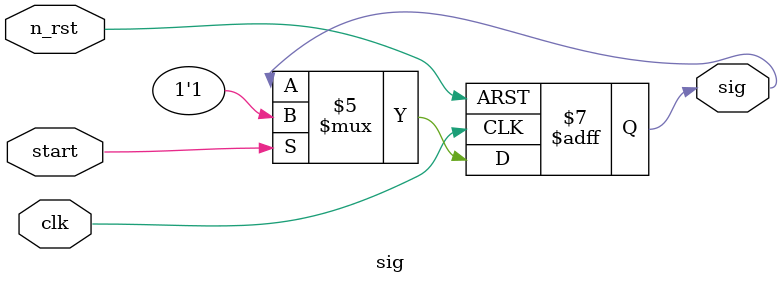
<source format=v>
module sig(
    clk,
    n_rst,
    start,
    sig
);

input clk;
input n_rst;
input start;

output reg sig;

always @(posedge clk or negedge n_rst) begin
    if(!n_rst) begin
        sig <= 1'b0;
    end
    else if(start == 1'b1) begin
        sig <= 1'b1;
    end
    else begin
        sig <= sig;
    end
end

endmodule
</source>
